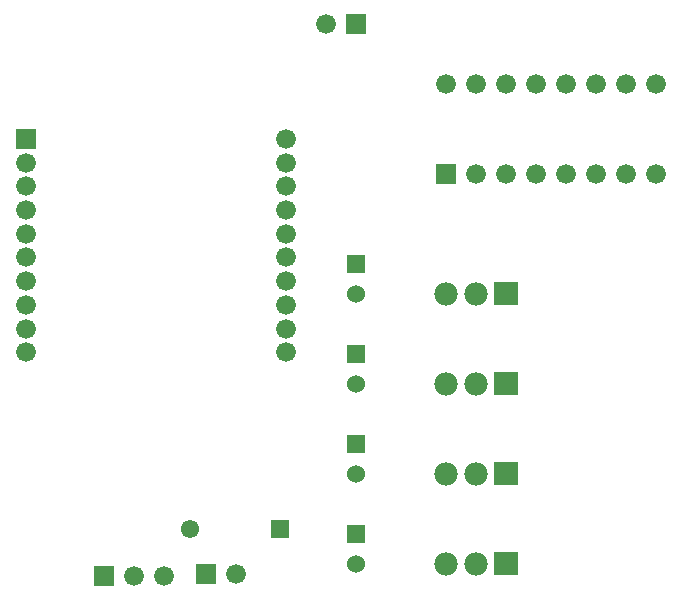
<source format=gbr>
G04 start of page 6 for group -4062 idx -4062 *
G04 Title: (unknown), soldermask *
G04 Creator: pcb 20110918 *
G04 CreationDate: Tue 12 Jun 2012 03:36:23 PM GMT UTC *
G04 For: ed *
G04 Format: Gerber/RS-274X *
G04 PCB-Dimensions: 236000 283000 *
G04 PCB-Coordinate-Origin: lower left *
%MOIN*%
%FSLAX25Y25*%
%LNBOTTOMMASK*%
%ADD54C,0.0780*%
%ADD53C,0.0610*%
%ADD52C,0.0600*%
%ADD51C,0.0001*%
%ADD50C,0.0660*%
G54D50*X96600Y154600D03*
Y146700D03*
Y138800D03*
Y130900D03*
Y123000D03*
Y115100D03*
Y107200D03*
G54D51*G36*
X116700Y196300D02*Y189700D01*
X123300D01*
Y196300D01*
X116700D01*
G37*
G54D50*X110000Y193000D03*
G54D52*X120000Y73000D03*
G54D51*G36*
X117000Y56000D02*Y50000D01*
X123000D01*
Y56000D01*
X117000D01*
G37*
G54D50*X10000Y130900D03*
Y123000D03*
Y115100D03*
Y107200D03*
G54D51*G36*
X6700Y157900D02*Y151300D01*
X13300D01*
Y157900D01*
X6700D01*
G37*
G54D50*X10000Y146700D03*
Y138800D03*
Y99300D03*
Y91400D03*
Y83500D03*
G54D51*G36*
X91450Y27550D02*Y21450D01*
X97550D01*
Y27550D01*
X91450D01*
G37*
G54D53*X64500Y24500D03*
G54D51*G36*
X117000Y26000D02*Y20000D01*
X123000D01*
Y26000D01*
X117000D01*
G37*
G36*
X66700Y12800D02*Y6200D01*
X73300D01*
Y12800D01*
X66700D01*
G37*
G54D50*X80000Y9500D03*
G54D52*X120000Y13000D03*
G54D51*G36*
X32700Y12300D02*Y5700D01*
X39300D01*
Y12300D01*
X32700D01*
G37*
G54D50*X46000Y9000D03*
X56000D03*
X96600Y99300D03*
G54D51*G36*
X166100Y106900D02*Y99100D01*
X173900D01*
Y106900D01*
X166100D01*
G37*
G54D54*X160000Y103000D03*
X150000D03*
G54D51*G36*
X117000Y116000D02*Y110000D01*
X123000D01*
Y116000D01*
X117000D01*
G37*
G54D52*X120000Y103000D03*
G54D50*X96600Y91400D03*
Y83500D03*
G54D51*G36*
X117000Y86000D02*Y80000D01*
X123000D01*
Y86000D01*
X117000D01*
G37*
G36*
X166100Y76900D02*Y69100D01*
X173900D01*
Y76900D01*
X166100D01*
G37*
G54D54*X160000Y73000D03*
X150000D03*
G54D51*G36*
X146700Y146300D02*Y139700D01*
X153300D01*
Y146300D01*
X146700D01*
G37*
G54D50*X160000Y143000D03*
X170000D03*
X180000D03*
X190000D03*
Y173000D03*
X180000D03*
X170000D03*
X160000D03*
X150000D03*
X200000Y143000D03*
X210000D03*
X220000D03*
Y173000D03*
X210000D03*
X200000D03*
G54D51*G36*
X166100Y16900D02*Y9100D01*
X173900D01*
Y16900D01*
X166100D01*
G37*
G54D54*X160000Y13000D03*
X150000D03*
G54D51*G36*
X166100Y46900D02*Y39100D01*
X173900D01*
Y46900D01*
X166100D01*
G37*
G54D54*X160000Y43000D03*
X150000D03*
G54D52*X120000D03*
M02*

</source>
